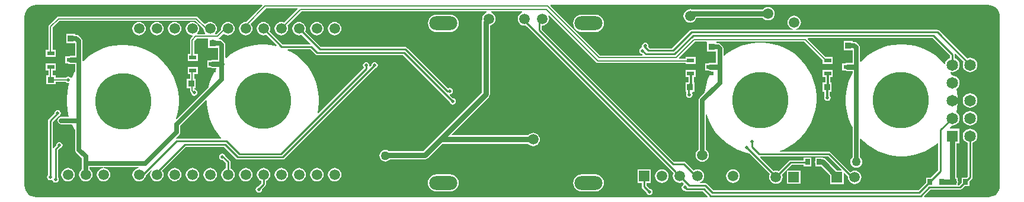
<source format=gtl>
G04*
G04 #@! TF.GenerationSoftware,Altium Limited,Altium Designer,18.1.9 (240)*
G04*
G04 Layer_Physical_Order=1*
G04 Layer_Color=255*
%FSAX25Y25*%
%MOIN*%
G70*
G01*
G75*
%ADD14C,0.01000*%
%ADD15R,0.02756X0.03347*%
%ADD16R,0.03937X0.02362*%
%ADD17R,0.03740X0.03347*%
%ADD18C,0.31496*%
%ADD19R,0.03347X0.03740*%
%ADD32C,0.01200*%
%ADD33C,0.02953*%
%ADD34C,0.02500*%
%ADD35C,0.00800*%
%ADD36C,0.03000*%
%ADD37O,0.15748X0.07874*%
%ADD38C,0.05906*%
%ADD39C,0.05910*%
%ADD40C,0.06496*%
%ADD41R,0.06496X0.06496*%
%ADD42R,0.05906X0.05906*%
%ADD43C,0.05906*%
%ADD44C,0.01968*%
%ADD45C,0.05000*%
G36*
X0466835Y0349635D02*
X0467232Y0349370D01*
X0467700Y0349276D01*
X0517220D01*
Y0348859D01*
X0522757D01*
Y0352821D01*
X0517220D01*
Y0351724D01*
X0513607D01*
X0513416Y0352185D01*
X0522507Y0361277D01*
X0528903D01*
X0529276Y0360970D01*
X0529276Y0360776D01*
Y0355630D01*
X0534223D01*
X0534310Y0355166D01*
Y0349421D01*
X0531012D01*
X0530124Y0349244D01*
X0529879Y0349081D01*
X0528243D01*
Y0345119D01*
X0529879D01*
X0530124Y0344956D01*
X0531012Y0344779D01*
X0531380D01*
X0531637Y0344350D01*
X0530771Y0342730D01*
X0529586Y0339871D01*
X0528688Y0336909D01*
X0528084Y0333874D01*
X0527960Y0332616D01*
X0525022Y0329678D01*
X0524569Y0329000D01*
X0524410Y0328200D01*
X0524410Y0328200D01*
Y0300626D01*
X0523823Y0300177D01*
X0523222Y0299393D01*
X0522844Y0298480D01*
X0522715Y0297500D01*
X0522844Y0296520D01*
X0523222Y0295607D01*
X0523823Y0294824D01*
X0524607Y0294222D01*
X0525520Y0293844D01*
X0526500Y0293715D01*
X0527480Y0293844D01*
X0528393Y0294222D01*
X0529177Y0294824D01*
X0529778Y0295607D01*
X0530156Y0296520D01*
X0530285Y0297500D01*
X0530156Y0298480D01*
X0529778Y0299393D01*
X0529177Y0300177D01*
X0528590Y0300626D01*
Y0320185D01*
X0529090Y0320259D01*
X0529586Y0318624D01*
X0530771Y0315765D01*
X0532229Y0313035D01*
X0533949Y0310462D01*
X0535912Y0308070D01*
X0538100Y0305882D01*
X0540492Y0303919D01*
X0543065Y0302200D01*
X0545794Y0300741D01*
X0548654Y0299556D01*
X0551615Y0298658D01*
X0553054Y0298372D01*
X0564667Y0286759D01*
X0564344Y0285980D01*
X0564215Y0285000D01*
X0564344Y0284020D01*
X0564722Y0283107D01*
X0565323Y0282324D01*
X0566107Y0281722D01*
X0567020Y0281344D01*
X0568000Y0281215D01*
X0568980Y0281344D01*
X0569893Y0281722D01*
X0570677Y0282324D01*
X0571278Y0283107D01*
X0571656Y0284020D01*
X0571785Y0285000D01*
X0571656Y0285980D01*
X0571421Y0286547D01*
X0573832Y0288958D01*
X0574247Y0288666D01*
X0574247Y0288289D01*
Y0281247D01*
X0581753D01*
Y0288753D01*
X0574739D01*
X0574334Y0288753D01*
X0574042Y0289168D01*
X0576749Y0291875D01*
X0583571D01*
Y0291126D01*
X0587927D01*
Y0296073D01*
X0583571D01*
Y0294526D01*
X0576200D01*
X0575693Y0294425D01*
X0575263Y0294137D01*
X0569547Y0288421D01*
X0568980Y0288656D01*
X0568000Y0288785D01*
X0567020Y0288656D01*
X0566665Y0288509D01*
X0559062Y0296113D01*
X0559253Y0296574D01*
X0597451D01*
X0604911Y0289115D01*
X0604719Y0288653D01*
X0602444D01*
X0595898Y0295199D01*
X0595145Y0295702D01*
X0594423Y0295845D01*
Y0296073D01*
X0590067D01*
Y0294277D01*
X0589924Y0293558D01*
X0590067Y0292838D01*
Y0291126D01*
X0593405D01*
X0598547Y0285985D01*
Y0281147D01*
X0606053D01*
Y0287319D01*
X0606515Y0287511D01*
X0608586Y0285440D01*
X0608515Y0284900D01*
X0608644Y0283920D01*
X0609022Y0283007D01*
X0609623Y0282224D01*
X0610407Y0281622D01*
X0611320Y0281244D01*
X0612300Y0281115D01*
X0613280Y0281244D01*
X0614193Y0281622D01*
X0614977Y0282224D01*
X0615578Y0283007D01*
X0615956Y0283920D01*
X0616085Y0284900D01*
X0615956Y0285880D01*
X0615578Y0286793D01*
X0614977Y0287577D01*
X0614193Y0288178D01*
X0613280Y0288556D01*
X0612300Y0288685D01*
X0611320Y0288556D01*
X0610407Y0288178D01*
X0609949Y0287826D01*
X0598937Y0298837D01*
X0598507Y0299125D01*
X0598000Y0299225D01*
X0570408D01*
X0570309Y0299726D01*
X0572760Y0300741D01*
X0575489Y0302200D01*
X0578062Y0303919D01*
X0580454Y0305882D01*
X0582642Y0308070D01*
X0584605Y0310462D01*
X0586325Y0313035D01*
X0587783Y0315765D01*
X0588968Y0318624D01*
X0589866Y0321585D01*
X0590470Y0324620D01*
X0590773Y0327700D01*
Y0330794D01*
X0590470Y0333874D01*
X0589866Y0336909D01*
X0588968Y0339871D01*
X0587783Y0342730D01*
X0586325Y0345459D01*
X0584605Y0348032D01*
X0582642Y0350424D01*
X0580454Y0352612D01*
X0578062Y0354575D01*
X0575489Y0356295D01*
X0572760Y0357754D01*
X0569901Y0358938D01*
X0566939Y0359836D01*
X0563904Y0360440D01*
X0560824Y0360743D01*
X0557730D01*
X0554650Y0360440D01*
X0551615Y0359836D01*
X0548654Y0358938D01*
X0545794Y0357754D01*
X0543065Y0356295D01*
X0540492Y0354575D01*
X0538942Y0353303D01*
X0538490Y0353517D01*
Y0357300D01*
X0538331Y0358100D01*
X0537878Y0358778D01*
X0537878Y0358778D01*
X0536878Y0359778D01*
X0536200Y0360231D01*
X0535400Y0360390D01*
X0535400Y0360390D01*
X0534576D01*
X0534419Y0360547D01*
X0534444Y0361152D01*
X0534596Y0361277D01*
X0583993D01*
X0594320Y0350950D01*
Y0348859D01*
X0599857D01*
Y0352821D01*
X0595909D01*
X0585918Y0362813D01*
X0586109Y0363275D01*
X0656051D01*
X0665893Y0353433D01*
Y0352015D01*
X0665177Y0351719D01*
X0664331Y0351070D01*
X0663682Y0350224D01*
X0663274Y0349239D01*
X0663214Y0348778D01*
X0662690Y0348629D01*
X0662012Y0349454D01*
X0659824Y0351642D01*
X0657432Y0353605D01*
X0654859Y0355325D01*
X0652130Y0356784D01*
X0649271Y0357968D01*
X0646309Y0358866D01*
X0643274Y0359470D01*
X0640194Y0359773D01*
X0637100D01*
X0634020Y0359470D01*
X0630985Y0358866D01*
X0628024Y0357968D01*
X0625165Y0356784D01*
X0622435Y0355325D01*
X0619862Y0353605D01*
X0617470Y0351642D01*
X0615752Y0349924D01*
X0615290Y0350115D01*
Y0357900D01*
X0615290Y0357900D01*
X0615131Y0358700D01*
X0614678Y0359378D01*
X0614678Y0359378D01*
X0613478Y0360578D01*
X0612800Y0361031D01*
X0612000Y0361190D01*
X0612000Y0361190D01*
X0611023D01*
Y0361770D01*
X0606076D01*
Y0356430D01*
X0611023D01*
X0611110Y0355966D01*
Y0349421D01*
X0608112D01*
X0607224Y0349244D01*
X0606979Y0349081D01*
X0605343D01*
Y0345119D01*
X0606979D01*
X0607224Y0344956D01*
X0608112Y0344779D01*
X0611110D01*
Y0343573D01*
X0610141Y0341760D01*
X0608956Y0338900D01*
X0608058Y0335939D01*
X0607454Y0332904D01*
X0607151Y0329824D01*
Y0326730D01*
X0607454Y0323650D01*
X0608058Y0320615D01*
X0608956Y0317653D01*
X0610141Y0314794D01*
X0611110Y0312981D01*
Y0296156D01*
X0610846Y0295954D01*
X0610318Y0295264D01*
X0609985Y0294461D01*
X0609871Y0293600D01*
X0609985Y0292739D01*
X0610318Y0291936D01*
X0610846Y0291246D01*
X0611536Y0290718D01*
X0612338Y0290385D01*
X0613200Y0290271D01*
X0614061Y0290385D01*
X0614864Y0290718D01*
X0615554Y0291246D01*
X0616082Y0291936D01*
X0616415Y0292739D01*
X0616529Y0293600D01*
X0616415Y0294461D01*
X0616082Y0295264D01*
X0615554Y0295954D01*
X0615290Y0296156D01*
Y0306439D01*
X0615752Y0306630D01*
X0617470Y0304912D01*
X0619862Y0302949D01*
X0622435Y0301229D01*
X0625165Y0299771D01*
X0628024Y0298586D01*
X0630985Y0297688D01*
X0634020Y0297084D01*
X0637100Y0296781D01*
X0640194D01*
X0643274Y0297084D01*
X0646309Y0297688D01*
X0649271Y0298586D01*
X0652130Y0299771D01*
X0654859Y0301229D01*
X0657432Y0302949D01*
X0658822Y0304090D01*
X0659274Y0303876D01*
Y0288948D01*
X0655142Y0284816D01*
X0652365D01*
Y0282039D01*
X0648070Y0277744D01*
X0532630D01*
X0529137Y0281237D01*
X0528707Y0281525D01*
X0528200Y0281626D01*
X0525318D01*
X0525218Y0282125D01*
X0525693Y0282322D01*
X0526476Y0282924D01*
X0527078Y0283707D01*
X0527456Y0284620D01*
X0527585Y0285600D01*
X0527456Y0286580D01*
X0527078Y0287493D01*
X0526476Y0288277D01*
X0525693Y0288878D01*
X0524780Y0289256D01*
X0523800Y0289385D01*
X0522820Y0289256D01*
X0521907Y0288878D01*
X0521732Y0288743D01*
X0517137Y0293337D01*
X0516707Y0293625D01*
X0516200Y0293725D01*
X0510643D01*
X0436200Y0368169D01*
Y0370055D01*
X0436574Y0370383D01*
X0437554Y0370512D01*
X0438468Y0370890D01*
X0439252Y0371492D01*
X0439854Y0372276D01*
X0440232Y0373190D01*
X0440361Y0374170D01*
X0440232Y0375150D01*
X0439963Y0375799D01*
X0440387Y0376082D01*
X0466835Y0349635D01*
D02*
G37*
G36*
X0688632Y0381815D02*
X0689882Y0381436D01*
X0691034Y0380820D01*
X0692043Y0379992D01*
X0692872Y0378982D01*
X0693487Y0377831D01*
X0693866Y0376581D01*
X0693993Y0375299D01*
X0693989Y0375281D01*
Y0280399D01*
X0693993Y0280381D01*
X0693866Y0279099D01*
X0693487Y0277849D01*
X0692872Y0276698D01*
X0692043Y0275688D01*
X0691034Y0274859D01*
X0689882Y0274244D01*
X0688632Y0273865D01*
X0687351Y0273738D01*
X0687332Y0273742D01*
X0651370D01*
X0651179Y0274204D01*
X0654849Y0277874D01*
X0671499D01*
X0672007Y0277975D01*
X0672437Y0278263D01*
X0674058Y0279884D01*
X0676835D01*
Y0282661D01*
X0678155Y0283982D01*
X0678443Y0284412D01*
X0678544Y0284919D01*
Y0304350D01*
X0679260Y0304647D01*
X0680105Y0305296D01*
X0680754Y0306141D01*
X0681162Y0307126D01*
X0681301Y0308183D01*
X0681162Y0309239D01*
X0680754Y0310224D01*
X0680105Y0311070D01*
X0679260Y0311719D01*
X0678275Y0312126D01*
X0677218Y0312266D01*
X0676161Y0312126D01*
X0675177Y0311719D01*
X0674331Y0311070D01*
X0673682Y0310224D01*
X0673274Y0309239D01*
X0673135Y0308183D01*
X0673274Y0307126D01*
X0673682Y0306141D01*
X0674331Y0305296D01*
X0675177Y0304647D01*
X0675893Y0304350D01*
Y0285468D01*
X0675255Y0284831D01*
X0672479D01*
Y0282054D01*
X0670950Y0280525D01*
X0670339D01*
Y0281638D01*
X0670482Y0282358D01*
X0670339Y0283077D01*
Y0284831D01*
X0669539D01*
Y0304135D01*
X0671266D01*
Y0312231D01*
X0666269D01*
X0666012Y0312660D01*
X0666811Y0314153D01*
X0667218Y0314100D01*
X0668275Y0314239D01*
X0669260Y0314647D01*
X0670105Y0315296D01*
X0670754Y0316141D01*
X0671162Y0317126D01*
X0671301Y0318183D01*
X0671162Y0319239D01*
X0670754Y0320224D01*
X0670105Y0321070D01*
X0669430Y0321588D01*
X0669840Y0323650D01*
X0670143Y0326730D01*
Y0329824D01*
X0669840Y0332904D01*
X0669462Y0334802D01*
X0670105Y0335296D01*
X0670754Y0336141D01*
X0671162Y0337126D01*
X0671301Y0338183D01*
X0671162Y0339239D01*
X0670754Y0340224D01*
X0670105Y0341070D01*
X0669260Y0341719D01*
X0668275Y0342126D01*
X0667218Y0342266D01*
X0666905Y0342224D01*
X0666092Y0343745D01*
X0666413Y0344206D01*
X0667218Y0344100D01*
X0668275Y0344239D01*
X0669260Y0344647D01*
X0670105Y0345296D01*
X0670754Y0346141D01*
X0671162Y0347126D01*
X0671301Y0348183D01*
X0671162Y0349239D01*
X0670754Y0350224D01*
X0670105Y0351070D01*
X0669260Y0351719D01*
X0668544Y0352015D01*
Y0353982D01*
X0668544Y0353982D01*
X0668471Y0354348D01*
X0668920Y0354606D01*
X0673571Y0349955D01*
X0673274Y0349239D01*
X0673135Y0348183D01*
X0673274Y0347126D01*
X0673682Y0346141D01*
X0674331Y0345296D01*
X0675177Y0344647D01*
X0676161Y0344239D01*
X0677218Y0344100D01*
X0678275Y0344239D01*
X0679260Y0344647D01*
X0680105Y0345296D01*
X0680754Y0346141D01*
X0681162Y0347126D01*
X0681301Y0348183D01*
X0681162Y0349239D01*
X0680754Y0350224D01*
X0680105Y0351070D01*
X0679260Y0351719D01*
X0678275Y0352127D01*
X0677218Y0352266D01*
X0676161Y0352127D01*
X0675445Y0351830D01*
X0659738Y0367537D01*
X0659308Y0367825D01*
X0658801Y0367926D01*
X0579173D01*
X0579140Y0368425D01*
X0579280Y0368444D01*
X0580193Y0368822D01*
X0580976Y0369424D01*
X0581578Y0370207D01*
X0581956Y0371120D01*
X0582085Y0372100D01*
X0581956Y0373080D01*
X0581578Y0373993D01*
X0580976Y0374777D01*
X0580193Y0375378D01*
X0579280Y0375756D01*
X0578300Y0375885D01*
X0577320Y0375756D01*
X0576407Y0375378D01*
X0575624Y0374777D01*
X0575022Y0373993D01*
X0574644Y0373080D01*
X0574515Y0372100D01*
X0574644Y0371120D01*
X0575022Y0370207D01*
X0575624Y0369424D01*
X0576407Y0368822D01*
X0577320Y0368444D01*
X0577460Y0368425D01*
X0577427Y0367926D01*
X0520585D01*
X0520077Y0367825D01*
X0519647Y0367537D01*
X0509635Y0357525D01*
X0496862D01*
X0496098Y0358290D01*
X0496219Y0358900D01*
X0496081Y0359596D01*
X0495686Y0360186D01*
X0495096Y0360581D01*
X0494400Y0360719D01*
X0493704Y0360581D01*
X0493114Y0360186D01*
X0492719Y0359596D01*
X0492581Y0358900D01*
X0492624Y0358685D01*
X0492603Y0358584D01*
X0492645Y0358378D01*
X0492330Y0357806D01*
X0492204Y0357781D01*
X0491614Y0357386D01*
X0491219Y0356796D01*
X0491081Y0356100D01*
X0491219Y0355404D01*
X0491614Y0354814D01*
X0492204Y0354419D01*
X0492802Y0354300D01*
X0493011Y0353998D01*
X0492789Y0353523D01*
X0469107D01*
X0441154Y0381476D01*
X0441346Y0381938D01*
X0687332D01*
X0687351Y0381942D01*
X0688632Y0381815D01*
D02*
G37*
G36*
X0151899Y0381938D02*
X0278854D01*
X0279046Y0381476D01*
X0269893Y0372323D01*
X0269700Y0372348D01*
X0268720Y0372219D01*
X0267807Y0371841D01*
X0267023Y0371239D01*
X0266422Y0370456D01*
X0266044Y0369543D01*
X0265915Y0368563D01*
X0266044Y0367583D01*
X0266422Y0366670D01*
X0267023Y0365886D01*
X0267807Y0365285D01*
X0268720Y0364907D01*
X0269700Y0364778D01*
X0270680Y0364907D01*
X0271593Y0365285D01*
X0272376Y0365886D01*
X0272978Y0366670D01*
X0273356Y0367583D01*
X0273485Y0368563D01*
X0273356Y0369543D01*
X0272978Y0370456D01*
X0272376Y0371239D01*
X0272370Y0371340D01*
X0281132Y0380101D01*
X0298855D01*
X0299046Y0379639D01*
X0291349Y0371942D01*
X0290680Y0372219D01*
X0289700Y0372348D01*
X0288720Y0372219D01*
X0287807Y0371841D01*
X0287023Y0371239D01*
X0286422Y0370456D01*
X0286044Y0369543D01*
X0285915Y0368563D01*
X0286044Y0367583D01*
X0286422Y0366670D01*
X0287023Y0365886D01*
X0287807Y0365285D01*
X0288720Y0364907D01*
X0289700Y0364778D01*
X0290680Y0364907D01*
X0291593Y0365285D01*
X0292376Y0365886D01*
X0292978Y0366670D01*
X0293356Y0367583D01*
X0293485Y0368563D01*
X0293356Y0369543D01*
X0293079Y0370212D01*
X0301069Y0378201D01*
X0405154D01*
X0405253Y0377701D01*
X0404642Y0377448D01*
X0403858Y0376847D01*
X0403257Y0376063D01*
X0402879Y0375150D01*
X0402749Y0374170D01*
X0402824Y0373601D01*
X0402668Y0373368D01*
X0402490Y0372470D01*
Y0332743D01*
X0369492Y0299745D01*
X0350274D01*
X0349964Y0299983D01*
X0349162Y0300315D01*
X0348300Y0300429D01*
X0347439Y0300315D01*
X0346636Y0299983D01*
X0345946Y0299454D01*
X0345417Y0298764D01*
X0345085Y0297961D01*
X0344971Y0297100D01*
X0345085Y0296238D01*
X0345417Y0295436D01*
X0345946Y0294746D01*
X0346636Y0294217D01*
X0347439Y0293885D01*
X0348300Y0293772D01*
X0349162Y0293885D01*
X0349964Y0294217D01*
X0350654Y0294746D01*
X0350890Y0295055D01*
X0370463D01*
X0371360Y0295233D01*
X0372121Y0295742D01*
X0380234Y0303855D01*
X0428469D01*
X0428723Y0303523D01*
X0429507Y0302922D01*
X0430420Y0302544D01*
X0431400Y0302415D01*
X0432380Y0302544D01*
X0433293Y0302922D01*
X0434076Y0303523D01*
X0434678Y0304307D01*
X0435056Y0305220D01*
X0435185Y0306200D01*
X0435056Y0307180D01*
X0434678Y0308093D01*
X0434076Y0308876D01*
X0433293Y0309478D01*
X0432380Y0309856D01*
X0431400Y0309985D01*
X0430420Y0309856D01*
X0429507Y0309478D01*
X0428723Y0308876D01*
X0428469Y0308545D01*
X0385578D01*
X0385386Y0309007D01*
X0406493Y0330114D01*
X0407001Y0330874D01*
X0407180Y0331772D01*
Y0370470D01*
X0407514Y0370514D01*
X0408427Y0370892D01*
X0409211Y0371494D01*
X0409813Y0372277D01*
X0410191Y0373190D01*
X0410320Y0374170D01*
X0410191Y0375150D01*
X0409813Y0376063D01*
X0409211Y0376847D01*
X0408427Y0377448D01*
X0407816Y0377701D01*
X0407915Y0378201D01*
X0425244D01*
X0425343Y0377701D01*
X0424641Y0377411D01*
X0423857Y0376809D01*
X0423255Y0376024D01*
X0422877Y0375111D01*
X0422748Y0374131D01*
X0422877Y0373150D01*
X0423255Y0372237D01*
X0423857Y0371453D01*
X0424641Y0370851D01*
X0425555Y0370473D01*
X0426535Y0370344D01*
X0427341Y0370450D01*
X0510358Y0287433D01*
X0510388Y0287280D01*
X0510416Y0287238D01*
X0510144Y0286580D01*
X0510015Y0285600D01*
X0510144Y0284620D01*
X0510522Y0283707D01*
X0511124Y0282924D01*
X0511907Y0282322D01*
X0512820Y0281944D01*
X0513800Y0281815D01*
X0514780Y0281944D01*
X0515347Y0282179D01*
X0516162Y0281363D01*
X0516004Y0280814D01*
X0515514Y0280486D01*
X0515119Y0279896D01*
X0514981Y0279200D01*
X0515119Y0278504D01*
X0515514Y0277914D01*
X0516104Y0277519D01*
X0516731Y0277395D01*
X0516763Y0277363D01*
X0517193Y0277075D01*
X0517700Y0276975D01*
X0526823D01*
X0529593Y0274204D01*
X0529402Y0273742D01*
X0151899D01*
X0151881Y0273738D01*
X0150599Y0273865D01*
X0149349Y0274244D01*
X0148198Y0274859D01*
X0147188Y0275688D01*
X0146359Y0276698D01*
X0145744Y0277849D01*
X0145365Y0279099D01*
X0145238Y0280381D01*
X0145242Y0280399D01*
Y0375281D01*
X0145238Y0375299D01*
X0145365Y0376581D01*
X0145744Y0377831D01*
X0146359Y0378982D01*
X0147188Y0379992D01*
X0148198Y0380820D01*
X0149349Y0381436D01*
X0150599Y0381815D01*
X0151881Y0381942D01*
X0151899Y0381938D01*
D02*
G37*
%LPC*%
G36*
X0522757Y0345341D02*
X0517220D01*
Y0341379D01*
X0518861D01*
Y0338370D01*
X0517077D01*
Y0333030D01*
X0517625D01*
Y0332205D01*
X0517619Y0332196D01*
X0517481Y0331500D01*
X0517619Y0330804D01*
X0518014Y0330214D01*
X0518604Y0329819D01*
X0519300Y0329681D01*
X0519996Y0329819D01*
X0520586Y0330214D01*
X0520981Y0330804D01*
X0521119Y0331500D01*
X0520981Y0332196D01*
X0520758Y0332530D01*
X0521025Y0333030D01*
X0522024D01*
Y0338370D01*
X0521716D01*
Y0341379D01*
X0522757D01*
Y0345341D01*
D02*
G37*
G36*
X0599857D02*
X0594320D01*
Y0341379D01*
X0595761D01*
Y0338470D01*
X0594277D01*
Y0333130D01*
X0595323D01*
Y0330402D01*
X0595319Y0330396D01*
X0595181Y0329700D01*
X0595319Y0329004D01*
X0595714Y0328414D01*
X0596304Y0328019D01*
X0597000Y0327881D01*
X0597696Y0328019D01*
X0598286Y0328414D01*
X0598681Y0329004D01*
X0598819Y0329700D01*
X0598681Y0330396D01*
X0598286Y0330986D01*
X0598178Y0331059D01*
Y0333130D01*
X0599224D01*
Y0338470D01*
X0598616D01*
Y0341379D01*
X0599857D01*
Y0345341D01*
D02*
G37*
G36*
X0543800Y0289385D02*
X0542820Y0289256D01*
X0541907Y0288878D01*
X0541123Y0288277D01*
X0540522Y0287493D01*
X0540144Y0286580D01*
X0540015Y0285600D01*
X0540144Y0284620D01*
X0540522Y0283707D01*
X0541123Y0282924D01*
X0541907Y0282322D01*
X0542820Y0281944D01*
X0543800Y0281815D01*
X0544780Y0281944D01*
X0545693Y0282322D01*
X0546477Y0282924D01*
X0547078Y0283707D01*
X0547456Y0284620D01*
X0547585Y0285600D01*
X0547456Y0286580D01*
X0547078Y0287493D01*
X0546477Y0288277D01*
X0545693Y0288878D01*
X0544780Y0289256D01*
X0543800Y0289385D01*
D02*
G37*
G36*
X0563500Y0380785D02*
X0562520Y0380656D01*
X0561607Y0380278D01*
X0560823Y0379677D01*
X0560569Y0379345D01*
X0520948D01*
X0520680Y0379456D01*
X0519700Y0379585D01*
X0518720Y0379456D01*
X0517807Y0379078D01*
X0517024Y0378477D01*
X0516422Y0377693D01*
X0516044Y0376780D01*
X0515915Y0375800D01*
X0516044Y0374820D01*
X0516422Y0373907D01*
X0517024Y0373124D01*
X0517807Y0372522D01*
X0518720Y0372144D01*
X0519700Y0372015D01*
X0520680Y0372144D01*
X0521593Y0372522D01*
X0522376Y0373124D01*
X0522978Y0373907D01*
X0523288Y0374655D01*
X0560569D01*
X0560823Y0374324D01*
X0561607Y0373722D01*
X0562520Y0373344D01*
X0563500Y0373215D01*
X0564480Y0373344D01*
X0565393Y0373722D01*
X0566177Y0374324D01*
X0566778Y0375107D01*
X0567156Y0376020D01*
X0567285Y0377000D01*
X0567156Y0377980D01*
X0566778Y0378893D01*
X0566177Y0379677D01*
X0565393Y0380278D01*
X0564480Y0380656D01*
X0563500Y0380785D01*
D02*
G37*
G36*
X0466448Y0376374D02*
X0458748D01*
X0457495Y0376209D01*
X0456327Y0375725D01*
X0455324Y0374956D01*
X0455301Y0374925D01*
X0455282Y0374911D01*
X0454523Y0373921D01*
X0454046Y0372769D01*
X0453883Y0371532D01*
X0454046Y0370296D01*
X0454523Y0369143D01*
X0455282Y0368154D01*
X0455301Y0368140D01*
X0455324Y0368109D01*
X0456327Y0367339D01*
X0457495Y0366856D01*
X0458748Y0366691D01*
X0466448D01*
X0467701Y0366856D01*
X0468868Y0367339D01*
X0469871Y0368109D01*
X0469895Y0368140D01*
X0469913Y0368154D01*
X0470672Y0369143D01*
X0471150Y0370296D01*
X0471313Y0371532D01*
X0471150Y0372769D01*
X0470672Y0373921D01*
X0469913Y0374911D01*
X0469895Y0374925D01*
X0469871Y0374956D01*
X0468868Y0375725D01*
X0467701Y0376209D01*
X0466448Y0376374D01*
D02*
G37*
G36*
X0677218Y0332266D02*
X0676161Y0332126D01*
X0675177Y0331719D01*
X0674331Y0331070D01*
X0673682Y0330224D01*
X0673274Y0329239D01*
X0673135Y0328183D01*
X0673274Y0327126D01*
X0673682Y0326141D01*
X0674331Y0325296D01*
X0675177Y0324647D01*
X0676161Y0324239D01*
X0677218Y0324100D01*
X0678275Y0324239D01*
X0679260Y0324647D01*
X0680105Y0325296D01*
X0680754Y0326141D01*
X0681162Y0327126D01*
X0681301Y0328183D01*
X0681162Y0329239D01*
X0680754Y0330224D01*
X0680105Y0331070D01*
X0679260Y0331719D01*
X0678275Y0332126D01*
X0677218Y0332266D01*
D02*
G37*
G36*
Y0322266D02*
X0676161Y0322127D01*
X0675177Y0321719D01*
X0674331Y0321070D01*
X0673682Y0320224D01*
X0673274Y0319239D01*
X0673135Y0318183D01*
X0673274Y0317126D01*
X0673682Y0316141D01*
X0674331Y0315296D01*
X0675177Y0314647D01*
X0676161Y0314239D01*
X0677218Y0314100D01*
X0678275Y0314239D01*
X0679260Y0314647D01*
X0680105Y0315296D01*
X0680754Y0316141D01*
X0681162Y0317126D01*
X0681301Y0318183D01*
X0681162Y0319239D01*
X0680754Y0320224D01*
X0680105Y0321070D01*
X0679260Y0321719D01*
X0678275Y0322127D01*
X0677218Y0322266D01*
D02*
G37*
G36*
X0384755Y0376374D02*
X0377055D01*
X0375802Y0376209D01*
X0374634Y0375725D01*
X0373631Y0374956D01*
X0373608Y0374925D01*
X0373589Y0374911D01*
X0372830Y0373921D01*
X0372353Y0372769D01*
X0372190Y0371532D01*
X0372353Y0370296D01*
X0372830Y0369143D01*
X0373589Y0368154D01*
X0373608Y0368140D01*
X0373631Y0368109D01*
X0374634Y0367339D01*
X0375802Y0366856D01*
X0377055Y0366691D01*
X0384755D01*
X0386008Y0366856D01*
X0387175Y0367339D01*
X0388178Y0368109D01*
X0388202Y0368140D01*
X0388220Y0368154D01*
X0388980Y0369143D01*
X0389457Y0370296D01*
X0389620Y0371532D01*
X0389457Y0372769D01*
X0388980Y0373921D01*
X0388220Y0374911D01*
X0388202Y0374925D01*
X0388178Y0374956D01*
X0387175Y0375725D01*
X0386008Y0376209D01*
X0384755Y0376374D01*
D02*
G37*
G36*
X0242000Y0375324D02*
X0164400D01*
X0163932Y0375230D01*
X0163535Y0374965D01*
X0159123Y0370553D01*
X0158858Y0370156D01*
X0158765Y0369688D01*
Y0356621D01*
X0157320D01*
Y0352659D01*
X0162857D01*
Y0356621D01*
X0161212D01*
Y0369181D01*
X0164907Y0372877D01*
X0241493D01*
X0245931Y0368438D01*
X0246044Y0367583D01*
X0246422Y0366670D01*
X0246987Y0365934D01*
X0246906Y0365539D01*
X0246870Y0365434D01*
X0242530D01*
X0242494Y0365539D01*
X0242413Y0365934D01*
X0242978Y0366670D01*
X0243356Y0367583D01*
X0243485Y0368563D01*
X0243356Y0369543D01*
X0242978Y0370456D01*
X0242376Y0371239D01*
X0241593Y0371841D01*
X0240680Y0372219D01*
X0239700Y0372348D01*
X0238720Y0372219D01*
X0237807Y0371841D01*
X0237023Y0371239D01*
X0236422Y0370456D01*
X0236044Y0369543D01*
X0235915Y0368563D01*
X0236044Y0367583D01*
X0236422Y0366670D01*
X0237023Y0365886D01*
X0237807Y0365285D01*
X0238720Y0364907D01*
X0239700Y0364778D01*
X0239790Y0364790D01*
X0240011Y0364341D01*
X0238723Y0363053D01*
X0238458Y0362656D01*
X0238365Y0362188D01*
Y0354421D01*
X0237220D01*
Y0350459D01*
X0242757D01*
Y0354421D01*
X0240812D01*
Y0361681D01*
X0242117Y0362987D01*
X0248676D01*
Y0357830D01*
X0253623D01*
Y0357830D01*
X0254110Y0357799D01*
Y0351021D01*
X0251012D01*
X0250124Y0350844D01*
X0249879Y0350681D01*
X0248243D01*
Y0346719D01*
X0249879D01*
X0250124Y0346556D01*
X0251012Y0346379D01*
X0253083D01*
X0253319Y0345938D01*
X0252308Y0344425D01*
X0250849Y0341695D01*
X0249665Y0338836D01*
X0248767Y0335875D01*
X0248704Y0335560D01*
X0230941Y0317796D01*
X0230499Y0318061D01*
X0231189Y0320338D01*
X0231793Y0323373D01*
X0232096Y0326453D01*
Y0329547D01*
X0231793Y0332627D01*
X0231189Y0335662D01*
X0230291Y0338623D01*
X0229106Y0341482D01*
X0227648Y0344212D01*
X0225928Y0346785D01*
X0223965Y0349177D01*
X0221777Y0351365D01*
X0219385Y0353328D01*
X0216812Y0355048D01*
X0214083Y0356506D01*
X0211224Y0357691D01*
X0208262Y0358589D01*
X0205227Y0359193D01*
X0202147Y0359496D01*
X0199053D01*
X0195973Y0359193D01*
X0192938Y0358589D01*
X0189977Y0357691D01*
X0187118Y0356506D01*
X0184388Y0355048D01*
X0181815Y0353328D01*
X0179423Y0351365D01*
X0178352Y0350294D01*
X0177890Y0350486D01*
Y0361561D01*
X0177731Y0362361D01*
X0177278Y0363039D01*
X0177278Y0363039D01*
X0175739Y0364578D01*
X0175060Y0365031D01*
X0174261Y0365190D01*
X0174261Y0365190D01*
X0173723D01*
Y0365770D01*
X0168776D01*
Y0360430D01*
X0173710D01*
Y0353221D01*
X0171112D01*
X0170224Y0353044D01*
X0169979Y0352881D01*
X0168343D01*
Y0348919D01*
X0169979D01*
X0170224Y0348756D01*
X0171112Y0348579D01*
X0173710D01*
Y0344447D01*
X0173552Y0344212D01*
X0172094Y0341482D01*
X0171875Y0340955D01*
X0171311Y0340900D01*
X0171186Y0341086D01*
X0170596Y0341481D01*
X0169900Y0341619D01*
X0169204Y0341481D01*
X0168614Y0341086D01*
X0168605Y0341073D01*
X0162770D01*
Y0342323D01*
X0161212D01*
Y0345179D01*
X0162857D01*
Y0349141D01*
X0157320D01*
Y0345179D01*
X0158765D01*
Y0342323D01*
X0157430D01*
Y0337376D01*
X0162770D01*
Y0338626D01*
X0168538D01*
X0168614Y0338514D01*
X0169204Y0338119D01*
X0169900Y0337981D01*
X0170211Y0338043D01*
X0170602Y0337611D01*
X0170011Y0335662D01*
X0169407Y0332627D01*
X0169104Y0329547D01*
Y0326453D01*
X0169407Y0323373D01*
X0170011Y0320338D01*
X0170312Y0319345D01*
X0170014Y0318943D01*
X0165999D01*
X0165199Y0318784D01*
X0164521Y0318331D01*
X0164067Y0317653D01*
X0163908Y0316853D01*
X0164067Y0316053D01*
X0164521Y0315375D01*
X0165199Y0314922D01*
X0165999Y0314763D01*
X0171992D01*
X0172094Y0314517D01*
X0173552Y0311788D01*
X0173710Y0311553D01*
Y0300500D01*
X0173710Y0300500D01*
X0173869Y0299700D01*
X0174322Y0299022D01*
X0177610Y0295734D01*
Y0292800D01*
Y0289563D01*
X0177023Y0289113D01*
X0176422Y0288330D01*
X0176044Y0287417D01*
X0175915Y0286437D01*
X0176044Y0285457D01*
X0176422Y0284544D01*
X0177023Y0283760D01*
X0177807Y0283159D01*
X0178720Y0282781D01*
X0179700Y0282652D01*
X0180680Y0282781D01*
X0181593Y0283159D01*
X0182377Y0283760D01*
X0182978Y0284544D01*
X0183356Y0285457D01*
X0183485Y0286437D01*
X0183356Y0287417D01*
X0182978Y0288330D01*
X0182377Y0289113D01*
X0181790Y0289563D01*
Y0290710D01*
X0189574D01*
X0189606Y0290210D01*
X0189319Y0290172D01*
X0188720Y0290093D01*
X0187807Y0289715D01*
X0187023Y0289113D01*
X0186422Y0288330D01*
X0186044Y0287417D01*
X0185915Y0286437D01*
X0186044Y0285457D01*
X0186422Y0284544D01*
X0187023Y0283760D01*
X0187807Y0283159D01*
X0188720Y0282781D01*
X0189700Y0282652D01*
X0190680Y0282781D01*
X0191593Y0283159D01*
X0192376Y0283760D01*
X0192978Y0284544D01*
X0193356Y0285457D01*
X0193485Y0286437D01*
X0193356Y0287417D01*
X0192978Y0288330D01*
X0192376Y0289113D01*
X0191593Y0289715D01*
X0190680Y0290093D01*
X0190082Y0290172D01*
X0189794Y0290210D01*
X0189826Y0290710D01*
X0209325D01*
X0209358Y0290682D01*
X0209339Y0290436D01*
X0209202Y0290157D01*
X0208720Y0290093D01*
X0207807Y0289715D01*
X0207024Y0289113D01*
X0206422Y0288330D01*
X0206044Y0287417D01*
X0205915Y0286437D01*
X0206044Y0285457D01*
X0206422Y0284544D01*
X0207024Y0283760D01*
X0207807Y0283159D01*
X0208720Y0282781D01*
X0209700Y0282652D01*
X0210680Y0282781D01*
X0211593Y0283159D01*
X0212376Y0283760D01*
X0212978Y0284544D01*
X0213356Y0285457D01*
X0213451Y0286176D01*
X0216411Y0289136D01*
X0216787Y0288806D01*
X0216422Y0288330D01*
X0216044Y0287417D01*
X0215915Y0286437D01*
X0216044Y0285457D01*
X0216422Y0284544D01*
X0217023Y0283760D01*
X0217807Y0283159D01*
X0218720Y0282781D01*
X0219700Y0282652D01*
X0220680Y0282781D01*
X0221593Y0283159D01*
X0222376Y0283760D01*
X0222978Y0284544D01*
X0223356Y0285457D01*
X0223485Y0286437D01*
X0223356Y0287417D01*
X0222978Y0288330D01*
X0222671Y0288730D01*
X0235900Y0301959D01*
X0257651D01*
X0264247Y0295363D01*
X0264677Y0295075D01*
X0265184Y0294974D01*
X0290600D01*
X0291107Y0295075D01*
X0291537Y0295363D01*
X0342276Y0346102D01*
X0342903Y0346226D01*
X0343494Y0346621D01*
X0343888Y0347211D01*
X0344026Y0347907D01*
X0343888Y0348603D01*
X0343494Y0349194D01*
X0342903Y0349588D01*
X0342207Y0349726D01*
X0341511Y0349588D01*
X0340921Y0349194D01*
X0340526Y0348603D01*
X0340402Y0347976D01*
X0339706Y0347280D01*
X0339245Y0347527D01*
X0339319Y0347900D01*
X0339181Y0348596D01*
X0338786Y0349186D01*
X0338196Y0349581D01*
X0337500Y0349719D01*
X0336804Y0349581D01*
X0336214Y0349186D01*
X0335819Y0348596D01*
X0335681Y0347900D01*
X0335819Y0347204D01*
X0336175Y0346672D01*
Y0346577D01*
X0310530Y0320933D01*
X0310070Y0321180D01*
X0310548Y0323586D01*
X0310852Y0326665D01*
Y0329760D01*
X0310548Y0332840D01*
X0309945Y0335875D01*
X0309046Y0338836D01*
X0307862Y0341695D01*
X0306403Y0344425D01*
X0304684Y0346998D01*
X0302721Y0349390D01*
X0300533Y0351578D01*
X0298140Y0353541D01*
X0295567Y0355260D01*
X0293296Y0356474D01*
X0293421Y0356975D01*
X0306051D01*
X0309063Y0353963D01*
X0309493Y0353675D01*
X0310000Y0353574D01*
X0358251D01*
X0384295Y0327531D01*
X0384419Y0326904D01*
X0384814Y0326314D01*
X0385404Y0325919D01*
X0386100Y0325781D01*
X0386796Y0325919D01*
X0387386Y0326314D01*
X0387781Y0326904D01*
X0387919Y0327600D01*
X0387781Y0328296D01*
X0387386Y0328886D01*
X0386796Y0329281D01*
X0386169Y0329405D01*
X0384481Y0331094D01*
X0384651Y0331631D01*
X0385096Y0331719D01*
X0385686Y0332114D01*
X0386081Y0332704D01*
X0386219Y0333400D01*
X0386081Y0334096D01*
X0385686Y0334686D01*
X0385096Y0335081D01*
X0384400Y0335219D01*
X0383704Y0335081D01*
X0383475Y0334928D01*
X0360566Y0357837D01*
X0360136Y0358125D01*
X0359628Y0358225D01*
X0311912D01*
X0303121Y0367016D01*
X0303356Y0367583D01*
X0303485Y0368563D01*
X0303356Y0369543D01*
X0302978Y0370456D01*
X0302377Y0371239D01*
X0301593Y0371841D01*
X0300680Y0372219D01*
X0299700Y0372348D01*
X0298720Y0372219D01*
X0297807Y0371841D01*
X0297024Y0371239D01*
X0296422Y0370456D01*
X0296044Y0369543D01*
X0295915Y0368563D01*
X0296044Y0367583D01*
X0296422Y0366670D01*
X0297024Y0365886D01*
X0297807Y0365285D01*
X0298720Y0364907D01*
X0299700Y0364778D01*
X0300680Y0364907D01*
X0301247Y0365142D01*
X0306263Y0360125D01*
X0306056Y0359626D01*
X0290512D01*
X0283121Y0367016D01*
X0283356Y0367583D01*
X0283485Y0368563D01*
X0283356Y0369543D01*
X0282978Y0370456D01*
X0282377Y0371239D01*
X0281593Y0371841D01*
X0280680Y0372219D01*
X0279700Y0372348D01*
X0278720Y0372219D01*
X0277807Y0371841D01*
X0277024Y0371239D01*
X0276422Y0370456D01*
X0276044Y0369543D01*
X0275915Y0368563D01*
X0276044Y0367583D01*
X0276422Y0366670D01*
X0277024Y0365886D01*
X0277807Y0365285D01*
X0278720Y0364907D01*
X0279700Y0364778D01*
X0280680Y0364907D01*
X0281247Y0365142D01*
X0287091Y0359297D01*
X0286845Y0358836D01*
X0283983Y0359406D01*
X0280903Y0359709D01*
X0277808D01*
X0274729Y0359406D01*
X0271693Y0358802D01*
X0268732Y0357904D01*
X0265873Y0356719D01*
X0263144Y0355260D01*
X0260571Y0353541D01*
X0258742Y0352041D01*
X0258290Y0352254D01*
Y0359500D01*
X0258131Y0360300D01*
X0257678Y0360978D01*
X0257678Y0360978D01*
X0256678Y0361978D01*
X0256000Y0362431D01*
X0255200Y0362590D01*
X0255200Y0362590D01*
X0254458D01*
X0254366Y0363049D01*
X0254375Y0363090D01*
X0254756Y0363345D01*
X0257179Y0365768D01*
X0257807Y0365285D01*
X0258720Y0364907D01*
X0259700Y0364778D01*
X0260680Y0364907D01*
X0261593Y0365285D01*
X0262376Y0365886D01*
X0262978Y0366670D01*
X0263356Y0367583D01*
X0263485Y0368563D01*
X0263356Y0369543D01*
X0262978Y0370456D01*
X0262376Y0371239D01*
X0261593Y0371841D01*
X0260680Y0372219D01*
X0259700Y0372348D01*
X0258720Y0372219D01*
X0257807Y0371841D01*
X0257024Y0371239D01*
X0256422Y0370456D01*
X0256044Y0369543D01*
X0255915Y0368563D01*
X0255984Y0368034D01*
X0253384Y0365434D01*
X0252530D01*
X0252494Y0365539D01*
X0252413Y0365934D01*
X0252978Y0366670D01*
X0253356Y0367583D01*
X0253485Y0368563D01*
X0253356Y0369543D01*
X0252978Y0370456D01*
X0252377Y0371239D01*
X0251593Y0371841D01*
X0250680Y0372219D01*
X0249700Y0372348D01*
X0248720Y0372219D01*
X0247807Y0371841D01*
X0247024Y0371239D01*
X0246617Y0371213D01*
X0242865Y0374965D01*
X0242468Y0375230D01*
X0242000Y0375324D01*
D02*
G37*
G36*
X0319700Y0372348D02*
X0318720Y0372219D01*
X0317807Y0371841D01*
X0317023Y0371239D01*
X0316422Y0370456D01*
X0316044Y0369543D01*
X0315915Y0368563D01*
X0316044Y0367583D01*
X0316422Y0366670D01*
X0317023Y0365886D01*
X0317807Y0365285D01*
X0318720Y0364907D01*
X0319700Y0364778D01*
X0320680Y0364907D01*
X0321593Y0365285D01*
X0322376Y0365886D01*
X0322978Y0366670D01*
X0323356Y0367583D01*
X0323485Y0368563D01*
X0323356Y0369543D01*
X0322978Y0370456D01*
X0322376Y0371239D01*
X0321593Y0371841D01*
X0320680Y0372219D01*
X0319700Y0372348D01*
D02*
G37*
G36*
X0309700D02*
X0308720Y0372219D01*
X0307807Y0371841D01*
X0307024Y0371239D01*
X0306422Y0370456D01*
X0306044Y0369543D01*
X0305915Y0368563D01*
X0306044Y0367583D01*
X0306422Y0366670D01*
X0307024Y0365886D01*
X0307807Y0365285D01*
X0308720Y0364907D01*
X0309700Y0364778D01*
X0310680Y0364907D01*
X0311593Y0365285D01*
X0312376Y0365886D01*
X0312978Y0366670D01*
X0313356Y0367583D01*
X0313485Y0368563D01*
X0313356Y0369543D01*
X0312978Y0370456D01*
X0312376Y0371239D01*
X0311593Y0371841D01*
X0310680Y0372219D01*
X0309700Y0372348D01*
D02*
G37*
G36*
X0229700D02*
X0228720Y0372219D01*
X0227807Y0371841D01*
X0227024Y0371239D01*
X0226422Y0370456D01*
X0226044Y0369543D01*
X0225915Y0368563D01*
X0226044Y0367583D01*
X0226422Y0366670D01*
X0227024Y0365886D01*
X0227807Y0365285D01*
X0228720Y0364907D01*
X0229700Y0364778D01*
X0230680Y0364907D01*
X0231593Y0365285D01*
X0232377Y0365886D01*
X0232978Y0366670D01*
X0233356Y0367583D01*
X0233485Y0368563D01*
X0233356Y0369543D01*
X0232978Y0370456D01*
X0232377Y0371239D01*
X0231593Y0371841D01*
X0230680Y0372219D01*
X0229700Y0372348D01*
D02*
G37*
G36*
X0219700D02*
X0218720Y0372219D01*
X0217807Y0371841D01*
X0217023Y0371239D01*
X0216422Y0370456D01*
X0216044Y0369543D01*
X0215915Y0368563D01*
X0216044Y0367583D01*
X0216422Y0366670D01*
X0217023Y0365886D01*
X0217807Y0365285D01*
X0218720Y0364907D01*
X0219700Y0364778D01*
X0220680Y0364907D01*
X0221593Y0365285D01*
X0222376Y0365886D01*
X0222978Y0366670D01*
X0223356Y0367583D01*
X0223485Y0368563D01*
X0223356Y0369543D01*
X0222978Y0370456D01*
X0222376Y0371239D01*
X0221593Y0371841D01*
X0220680Y0372219D01*
X0219700Y0372348D01*
D02*
G37*
G36*
X0209700D02*
X0208720Y0372219D01*
X0207807Y0371841D01*
X0207024Y0371239D01*
X0206422Y0370456D01*
X0206044Y0369543D01*
X0205915Y0368563D01*
X0206044Y0367583D01*
X0206422Y0366670D01*
X0207024Y0365886D01*
X0207807Y0365285D01*
X0208720Y0364907D01*
X0209700Y0364778D01*
X0210680Y0364907D01*
X0211593Y0365285D01*
X0212376Y0365886D01*
X0212978Y0366670D01*
X0213356Y0367583D01*
X0213485Y0368563D01*
X0213356Y0369543D01*
X0212978Y0370456D01*
X0212376Y0371239D01*
X0211593Y0371841D01*
X0210680Y0372219D01*
X0209700Y0372348D01*
D02*
G37*
G36*
X0239588Y0346983D02*
X0239375Y0346941D01*
X0237220D01*
Y0342979D01*
X0238365D01*
Y0340270D01*
X0236577D01*
Y0334930D01*
X0238365D01*
Y0333712D01*
X0238458Y0333244D01*
X0238723Y0332847D01*
X0238896Y0332674D01*
X0238881Y0332600D01*
X0239019Y0331904D01*
X0239414Y0331314D01*
X0240004Y0330919D01*
X0240700Y0330781D01*
X0241396Y0330919D01*
X0241986Y0331314D01*
X0242381Y0331904D01*
X0242519Y0332600D01*
X0242381Y0333296D01*
X0241986Y0333886D01*
X0241396Y0334281D01*
X0240812Y0334397D01*
Y0334930D01*
X0241524D01*
Y0340270D01*
X0240812D01*
Y0342979D01*
X0242757D01*
Y0346941D01*
X0239801D01*
X0239588Y0346983D01*
D02*
G37*
G36*
X0229700Y0290262D02*
X0228720Y0290132D01*
X0227807Y0289754D01*
X0227024Y0289153D01*
X0226422Y0288369D01*
X0226044Y0287456D01*
X0225915Y0286476D01*
X0226044Y0285497D01*
X0226422Y0284584D01*
X0227024Y0283800D01*
X0227807Y0283198D01*
X0228720Y0282820D01*
X0229700Y0282691D01*
X0230680Y0282820D01*
X0231593Y0283198D01*
X0232377Y0283800D01*
X0232978Y0284584D01*
X0233356Y0285497D01*
X0233485Y0286476D01*
X0233356Y0287456D01*
X0232978Y0288369D01*
X0232377Y0289153D01*
X0231593Y0289754D01*
X0230680Y0290132D01*
X0229700Y0290262D01*
D02*
G37*
G36*
X0319700Y0290222D02*
X0318720Y0290093D01*
X0317807Y0289715D01*
X0317023Y0289113D01*
X0316422Y0288330D01*
X0316044Y0287417D01*
X0315915Y0286437D01*
X0316044Y0285457D01*
X0316422Y0284544D01*
X0317023Y0283760D01*
X0317807Y0283159D01*
X0318720Y0282781D01*
X0319700Y0282652D01*
X0320680Y0282781D01*
X0321593Y0283159D01*
X0322376Y0283760D01*
X0322978Y0284544D01*
X0323356Y0285457D01*
X0323485Y0286437D01*
X0323356Y0287417D01*
X0322978Y0288330D01*
X0322376Y0289113D01*
X0321593Y0289715D01*
X0320680Y0290093D01*
X0319700Y0290222D01*
D02*
G37*
G36*
X0309700D02*
X0308720Y0290093D01*
X0307807Y0289715D01*
X0307024Y0289113D01*
X0306422Y0288330D01*
X0306044Y0287417D01*
X0305915Y0286437D01*
X0306044Y0285457D01*
X0306422Y0284544D01*
X0307024Y0283760D01*
X0307807Y0283159D01*
X0308720Y0282781D01*
X0309700Y0282652D01*
X0310680Y0282781D01*
X0311593Y0283159D01*
X0312376Y0283760D01*
X0312978Y0284544D01*
X0313356Y0285457D01*
X0313485Y0286437D01*
X0313356Y0287417D01*
X0312978Y0288330D01*
X0312376Y0289113D01*
X0311593Y0289715D01*
X0310680Y0290093D01*
X0309700Y0290222D01*
D02*
G37*
G36*
X0299700D02*
X0298720Y0290093D01*
X0297807Y0289715D01*
X0297024Y0289113D01*
X0296422Y0288330D01*
X0296044Y0287417D01*
X0295915Y0286437D01*
X0296044Y0285457D01*
X0296422Y0284544D01*
X0297024Y0283760D01*
X0297807Y0283159D01*
X0298720Y0282781D01*
X0299700Y0282652D01*
X0300680Y0282781D01*
X0301593Y0283159D01*
X0302377Y0283760D01*
X0302978Y0284544D01*
X0303356Y0285457D01*
X0303485Y0286437D01*
X0303356Y0287417D01*
X0302978Y0288330D01*
X0302377Y0289113D01*
X0301593Y0289715D01*
X0300680Y0290093D01*
X0299700Y0290222D01*
D02*
G37*
G36*
X0289700D02*
X0288720Y0290093D01*
X0287807Y0289715D01*
X0287023Y0289113D01*
X0286422Y0288330D01*
X0286044Y0287417D01*
X0285915Y0286437D01*
X0286044Y0285457D01*
X0286422Y0284544D01*
X0287023Y0283760D01*
X0287807Y0283159D01*
X0288720Y0282781D01*
X0289700Y0282652D01*
X0290680Y0282781D01*
X0291593Y0283159D01*
X0292376Y0283760D01*
X0292978Y0284544D01*
X0293356Y0285457D01*
X0293485Y0286437D01*
X0293356Y0287417D01*
X0292978Y0288330D01*
X0292376Y0289113D01*
X0291593Y0289715D01*
X0290680Y0290093D01*
X0289700Y0290222D01*
D02*
G37*
G36*
X0269700D02*
X0268720Y0290093D01*
X0267807Y0289715D01*
X0267023Y0289113D01*
X0266422Y0288330D01*
X0266044Y0287417D01*
X0265915Y0286437D01*
X0266044Y0285457D01*
X0266422Y0284544D01*
X0267023Y0283760D01*
X0267807Y0283159D01*
X0268720Y0282781D01*
X0269700Y0282652D01*
X0270680Y0282781D01*
X0271593Y0283159D01*
X0272376Y0283760D01*
X0272978Y0284544D01*
X0273356Y0285457D01*
X0273485Y0286437D01*
X0273356Y0287417D01*
X0272978Y0288330D01*
X0272376Y0289113D01*
X0271593Y0289715D01*
X0270680Y0290093D01*
X0269700Y0290222D01*
D02*
G37*
G36*
X0256600Y0298319D02*
X0255904Y0298181D01*
X0255314Y0297786D01*
X0254919Y0297196D01*
X0254781Y0296500D01*
X0254919Y0295804D01*
X0255314Y0295214D01*
X0255904Y0294819D01*
X0256600Y0294681D01*
X0256804Y0294721D01*
X0258375Y0293151D01*
Y0289950D01*
X0257807Y0289715D01*
X0257024Y0289113D01*
X0256422Y0288330D01*
X0256044Y0287417D01*
X0255915Y0286437D01*
X0256044Y0285457D01*
X0256422Y0284544D01*
X0257024Y0283760D01*
X0257807Y0283159D01*
X0258720Y0282781D01*
X0259700Y0282652D01*
X0260680Y0282781D01*
X0261593Y0283159D01*
X0262376Y0283760D01*
X0262978Y0284544D01*
X0263356Y0285457D01*
X0263485Y0286437D01*
X0263356Y0287417D01*
X0262978Y0288330D01*
X0262376Y0289113D01*
X0261593Y0289715D01*
X0261026Y0289950D01*
Y0293700D01*
X0260925Y0294207D01*
X0260637Y0294637D01*
X0258331Y0296943D01*
X0258281Y0297196D01*
X0257886Y0297786D01*
X0257296Y0298181D01*
X0256600Y0298319D01*
D02*
G37*
G36*
X0249700Y0290222D02*
X0248720Y0290093D01*
X0247807Y0289715D01*
X0247024Y0289113D01*
X0246422Y0288330D01*
X0246044Y0287417D01*
X0245915Y0286437D01*
X0246044Y0285457D01*
X0246422Y0284544D01*
X0247024Y0283760D01*
X0247807Y0283159D01*
X0248720Y0282781D01*
X0249700Y0282652D01*
X0250680Y0282781D01*
X0251593Y0283159D01*
X0252377Y0283760D01*
X0252978Y0284544D01*
X0253356Y0285457D01*
X0253485Y0286437D01*
X0253356Y0287417D01*
X0252978Y0288330D01*
X0252377Y0289113D01*
X0251593Y0289715D01*
X0250680Y0290093D01*
X0249700Y0290222D01*
D02*
G37*
G36*
X0239700D02*
X0238720Y0290093D01*
X0237807Y0289715D01*
X0237023Y0289113D01*
X0236422Y0288330D01*
X0236044Y0287417D01*
X0235915Y0286437D01*
X0236044Y0285457D01*
X0236422Y0284544D01*
X0237023Y0283760D01*
X0237807Y0283159D01*
X0238720Y0282781D01*
X0239700Y0282652D01*
X0240680Y0282781D01*
X0241593Y0283159D01*
X0242376Y0283760D01*
X0242978Y0284544D01*
X0243356Y0285457D01*
X0243485Y0286437D01*
X0243356Y0287417D01*
X0242978Y0288330D01*
X0242376Y0289113D01*
X0241593Y0289715D01*
X0240680Y0290093D01*
X0239700Y0290222D01*
D02*
G37*
G36*
X0169700D02*
X0168720Y0290093D01*
X0167807Y0289715D01*
X0167024Y0289113D01*
X0166422Y0288330D01*
X0166044Y0287417D01*
X0165915Y0286437D01*
X0166044Y0285457D01*
X0166422Y0284544D01*
X0167024Y0283760D01*
X0167807Y0283159D01*
X0168720Y0282781D01*
X0169700Y0282652D01*
X0170680Y0282781D01*
X0171593Y0283159D01*
X0172377Y0283760D01*
X0172978Y0284544D01*
X0173356Y0285457D01*
X0173485Y0286437D01*
X0173356Y0287417D01*
X0172978Y0288330D01*
X0172377Y0289113D01*
X0171593Y0289715D01*
X0170680Y0290093D01*
X0169700Y0290222D01*
D02*
G37*
G36*
X0164000Y0322719D02*
X0163304Y0322581D01*
X0162714Y0322186D01*
X0162319Y0321596D01*
X0162195Y0320969D01*
X0158763Y0317537D01*
X0158475Y0317107D01*
X0158375Y0316600D01*
Y0286328D01*
X0158019Y0285796D01*
X0157881Y0285100D01*
X0158019Y0284404D01*
X0158414Y0283814D01*
X0159004Y0283419D01*
X0159700Y0283281D01*
X0160396Y0283419D01*
X0160517Y0283500D01*
X0160979Y0283308D01*
X0161019Y0283104D01*
X0161414Y0282514D01*
X0162004Y0282119D01*
X0162700Y0281981D01*
X0163396Y0282119D01*
X0163986Y0282514D01*
X0164381Y0283104D01*
X0164519Y0283800D01*
X0164381Y0284496D01*
X0164025Y0285028D01*
Y0300151D01*
X0164969Y0301095D01*
X0165596Y0301219D01*
X0166186Y0301614D01*
X0166581Y0302204D01*
X0166719Y0302900D01*
X0166581Y0303596D01*
X0166186Y0304186D01*
X0165596Y0304581D01*
X0164900Y0304719D01*
X0164204Y0304581D01*
X0163614Y0304186D01*
X0163219Y0303596D01*
X0163094Y0302969D01*
X0161763Y0301637D01*
X0161525Y0301282D01*
X0161206Y0301302D01*
X0161026Y0301365D01*
Y0316051D01*
X0164069Y0319094D01*
X0164696Y0319219D01*
X0165286Y0319614D01*
X0165681Y0320204D01*
X0165819Y0320900D01*
X0165681Y0321596D01*
X0165286Y0322186D01*
X0164696Y0322581D01*
X0164000Y0322719D01*
D02*
G37*
G36*
X0503800Y0289385D02*
X0502820Y0289256D01*
X0501907Y0288878D01*
X0501124Y0288277D01*
X0500522Y0287493D01*
X0500144Y0286580D01*
X0500015Y0285600D01*
X0500144Y0284620D01*
X0500522Y0283707D01*
X0501124Y0282924D01*
X0501907Y0282322D01*
X0502820Y0281944D01*
X0503800Y0281815D01*
X0504780Y0281944D01*
X0505693Y0282322D01*
X0506476Y0282924D01*
X0507078Y0283707D01*
X0507456Y0284620D01*
X0507585Y0285600D01*
X0507456Y0286580D01*
X0507078Y0287493D01*
X0506476Y0288277D01*
X0505693Y0288878D01*
X0504780Y0289256D01*
X0503800Y0289385D01*
D02*
G37*
G36*
X0466448Y0286610D02*
X0458748D01*
X0457495Y0286445D01*
X0456327Y0285961D01*
X0455324Y0285192D01*
X0455301Y0285161D01*
X0455282Y0285147D01*
X0454523Y0284157D01*
X0454046Y0283005D01*
X0453883Y0281768D01*
X0454046Y0280532D01*
X0454523Y0279380D01*
X0455282Y0278390D01*
X0455301Y0278376D01*
X0455324Y0278345D01*
X0456327Y0277576D01*
X0457495Y0277092D01*
X0458748Y0276927D01*
X0466448D01*
X0467701Y0277092D01*
X0468868Y0277576D01*
X0469871Y0278345D01*
X0469895Y0278376D01*
X0469913Y0278390D01*
X0470672Y0279380D01*
X0471150Y0280532D01*
X0471313Y0281768D01*
X0471150Y0283005D01*
X0470672Y0284157D01*
X0469913Y0285147D01*
X0469895Y0285161D01*
X0469871Y0285192D01*
X0468868Y0285961D01*
X0467701Y0286445D01*
X0466448Y0286610D01*
D02*
G37*
G36*
X0384715D02*
X0377015D01*
X0375762Y0286445D01*
X0374595Y0285961D01*
X0373592Y0285192D01*
X0373568Y0285161D01*
X0373550Y0285147D01*
X0372791Y0284157D01*
X0372313Y0283005D01*
X0372150Y0281768D01*
X0372313Y0280532D01*
X0372791Y0279380D01*
X0373550Y0278390D01*
X0373568Y0278376D01*
X0373592Y0278345D01*
X0374595Y0277576D01*
X0375762Y0277092D01*
X0377015Y0276927D01*
X0384715D01*
X0385968Y0277092D01*
X0387136Y0277576D01*
X0388139Y0278345D01*
X0388162Y0278376D01*
X0388181Y0278390D01*
X0388940Y0279380D01*
X0389417Y0280532D01*
X0389580Y0281768D01*
X0389417Y0283005D01*
X0388940Y0284157D01*
X0388181Y0285147D01*
X0388162Y0285161D01*
X0388139Y0285192D01*
X0387136Y0285961D01*
X0385968Y0286445D01*
X0384715Y0286610D01*
D02*
G37*
G36*
X0279700Y0290222D02*
X0278720Y0290093D01*
X0277807Y0289715D01*
X0277024Y0289113D01*
X0276422Y0288330D01*
X0276044Y0287417D01*
X0275915Y0286437D01*
X0276044Y0285457D01*
X0276422Y0284544D01*
X0277024Y0283760D01*
X0277807Y0283159D01*
X0278375Y0282924D01*
Y0281549D01*
X0276657Y0279831D01*
X0276404Y0279781D01*
X0275814Y0279386D01*
X0275419Y0278796D01*
X0275281Y0278100D01*
X0275419Y0277404D01*
X0275814Y0276814D01*
X0276404Y0276419D01*
X0277100Y0276281D01*
X0277796Y0276419D01*
X0278386Y0276814D01*
X0278781Y0277404D01*
X0278919Y0278100D01*
X0278879Y0278304D01*
X0280637Y0280063D01*
X0280925Y0280493D01*
X0281026Y0281000D01*
X0281026Y0281000D01*
Y0282924D01*
X0281593Y0283159D01*
X0282377Y0283760D01*
X0282978Y0284544D01*
X0283356Y0285457D01*
X0283485Y0286437D01*
X0283356Y0287417D01*
X0282978Y0288330D01*
X0282377Y0289113D01*
X0281593Y0289715D01*
X0280680Y0290093D01*
X0279700Y0290222D01*
D02*
G37*
G36*
X0497553Y0289353D02*
X0490047D01*
Y0281847D01*
X0492475D01*
Y0279700D01*
X0492575Y0279193D01*
X0492863Y0278763D01*
X0494994Y0276631D01*
X0495119Y0276004D01*
X0495514Y0275414D01*
X0496104Y0275019D01*
X0496800Y0274881D01*
X0497496Y0275019D01*
X0498086Y0275414D01*
X0498481Y0276004D01*
X0498619Y0276700D01*
X0498481Y0277396D01*
X0498086Y0277986D01*
X0497496Y0278381D01*
X0496869Y0278505D01*
X0495125Y0280249D01*
Y0281847D01*
X0497553D01*
Y0289353D01*
D02*
G37*
%LPD*%
G36*
X0247860Y0328097D02*
Y0326665D01*
X0248163Y0323586D01*
X0248767Y0320551D01*
X0249665Y0317589D01*
X0250849Y0314730D01*
X0252308Y0312001D01*
X0254027Y0309428D01*
X0255930Y0307110D01*
X0255808Y0306610D01*
X0230773D01*
X0230625Y0306821D01*
X0230549Y0307092D01*
X0232378Y0308922D01*
X0232831Y0309600D01*
X0232990Y0310400D01*
X0232990Y0310400D01*
Y0313934D01*
X0247424Y0328368D01*
X0247860Y0328097D01*
D02*
G37*
D14*
X0493929Y0358584D02*
X0496313Y0356200D01*
X0667218Y0348183D02*
Y0353982D01*
X0656600Y0364600D02*
X0667218Y0353982D01*
X0521413Y0364600D02*
X0656600D01*
X0434874Y0367620D02*
Y0374870D01*
X0523000Y0285600D02*
X0523800D01*
X0516200Y0292400D02*
X0523000Y0285600D01*
X0510094Y0292400D02*
X0516200D01*
X0434874Y0367620D02*
X0510094Y0292400D01*
X0289652Y0298181D02*
X0337500Y0346028D01*
X0230684Y0305284D02*
X0259000D01*
X0266104Y0298181D02*
X0289652D01*
X0259000Y0305284D02*
X0266104Y0298181D01*
X0290600Y0296300D02*
X0342207Y0347907D01*
X0235351Y0303284D02*
X0258200D01*
X0265184Y0296300D02*
X0290600D01*
X0258200Y0303284D02*
X0265184Y0296300D01*
X0211837Y0286437D02*
X0230684Y0305284D01*
X0219700Y0287633D02*
X0235351Y0303284D01*
X0219700Y0286437D02*
Y0287633D01*
X0162700Y0300700D02*
X0164900Y0302900D01*
X0162700Y0283800D02*
Y0300700D01*
X0159700Y0316600D02*
X0164000Y0320900D01*
X0159700Y0285100D02*
Y0316600D01*
X0671499Y0279200D02*
X0674657Y0282358D01*
X0654300Y0279200D02*
X0671499D01*
X0649519Y0274419D02*
X0654300Y0279200D01*
X0531253Y0274419D02*
X0649519D01*
X0527372Y0278300D02*
X0531253Y0274419D01*
X0648620Y0276419D02*
X0654543Y0282343D01*
X0532081Y0276419D02*
X0648620D01*
X0528200Y0280300D02*
X0532081Y0276419D01*
X0279700Y0368563D02*
X0289963Y0358300D01*
X0306600D01*
X0310000Y0354900D01*
X0358800D01*
X0311363Y0356900D02*
X0359628D01*
X0299700Y0368563D02*
X0311363Y0356900D01*
X0516800Y0279200D02*
X0517700Y0278300D01*
X0209700Y0286437D02*
X0211837D01*
X0277100Y0278100D02*
Y0278400D01*
X0279700Y0281000D01*
X0674657Y0282358D02*
X0677218Y0284919D01*
Y0308183D01*
X0654543Y0282343D02*
X0660600Y0288399D01*
Y0311565D01*
X0667218Y0318183D01*
X0568000Y0285000D02*
X0576200Y0293200D01*
X0598000Y0297900D02*
X0609900Y0286000D01*
X0612200D01*
X0518950Y0331850D02*
Y0336800D01*
Y0331850D02*
X0519300Y0331500D01*
X0520585Y0366600D02*
X0658801D01*
X0677218Y0348183D01*
X0279700Y0281000D02*
Y0286437D01*
X0511013Y0354200D02*
X0521413Y0364600D01*
X0494800Y0354200D02*
X0511013D01*
X0492900Y0356100D02*
X0494800Y0354200D01*
X0510185Y0356200D02*
X0520585Y0366600D01*
X0496313Y0356200D02*
X0510185D01*
X0493929Y0358584D02*
X0494245Y0358900D01*
X0494400D01*
X0337500Y0346028D02*
Y0347900D01*
X0358800Y0354900D02*
X0386100Y0327600D01*
X0359628Y0356900D02*
X0383128Y0333400D01*
X0384400D01*
X0551500Y0301800D02*
X0568000Y0285300D01*
Y0285000D02*
Y0285300D01*
X0554400Y0302000D02*
Y0304900D01*
Y0302000D02*
X0558500Y0297900D01*
X0598000D01*
X0576200Y0293200D02*
X0585349D01*
X0585749Y0293600D01*
X0424835Y0374831D02*
X0511613Y0288053D01*
Y0287787D02*
Y0288053D01*
Y0287787D02*
X0513800Y0285600D01*
X0519100Y0280300D02*
X0528200D01*
X0513800Y0285600D02*
X0519100Y0280300D01*
X0517700Y0278300D02*
X0527372D01*
X0493800Y0279700D02*
X0496800Y0276700D01*
X0493800Y0279700D02*
Y0285600D01*
X0256600Y0296500D02*
Y0296800D01*
X0259700Y0293700D01*
Y0286437D02*
Y0293700D01*
D15*
X0654543Y0282343D02*
D03*
X0661039D02*
D03*
X0668161Y0282358D02*
D03*
X0674657D02*
D03*
X0592245Y0293600D02*
D03*
X0585749D02*
D03*
D16*
X0171112Y0347160D02*
D03*
Y0350900D02*
D03*
Y0354640D02*
D03*
X0160088Y0347160D02*
D03*
Y0350900D02*
D03*
Y0354640D02*
D03*
X0531012Y0343360D02*
D03*
Y0347100D02*
D03*
Y0350840D02*
D03*
X0519988Y0343360D02*
D03*
Y0347100D02*
D03*
Y0350840D02*
D03*
X0608112Y0343360D02*
D03*
Y0347100D02*
D03*
Y0350840D02*
D03*
X0597088Y0343360D02*
D03*
Y0347100D02*
D03*
Y0350840D02*
D03*
X0251012Y0344960D02*
D03*
Y0348700D02*
D03*
Y0352440D02*
D03*
X0239988Y0344960D02*
D03*
Y0348700D02*
D03*
Y0352440D02*
D03*
D17*
X0160100Y0333550D02*
D03*
Y0339850D02*
D03*
D18*
X0200700Y0327800D02*
D03*
X0559200Y0328200D02*
D03*
X0638300D02*
D03*
X0279510Y0327932D02*
D03*
D19*
X0164950Y0363100D02*
D03*
X0171250D02*
D03*
X0525850Y0335700D02*
D03*
X0519550D02*
D03*
X0525450Y0358300D02*
D03*
X0531750D02*
D03*
X0602250Y0359100D02*
D03*
X0608550D02*
D03*
X0603050Y0335800D02*
D03*
X0596750D02*
D03*
X0244850Y0360500D02*
D03*
X0251150D02*
D03*
X0245350Y0337600D02*
D03*
X0239050D02*
D03*
D32*
X0597188Y0336238D02*
Y0343660D01*
X0596750Y0335800D02*
X0597188Y0336238D01*
X0596750Y0329950D02*
Y0335800D01*
Y0329950D02*
X0597000Y0329700D01*
X0520288Y0337538D02*
Y0343160D01*
X0519650Y0336900D02*
X0520288Y0337538D01*
X0595860Y0351140D02*
X0597188D01*
D33*
X0592245Y0293558D02*
X0594257D01*
X0251012Y0348700D02*
X0256100D01*
X0594257Y0293558D02*
X0602300Y0285514D01*
Y0284900D02*
Y0285514D01*
X0661039Y0282343D02*
X0668146D01*
X0668161Y0282358D01*
X0667218Y0283300D02*
Y0308183D01*
Y0283300D02*
X0668161Y0282358D01*
X0171112Y0350900D02*
X0174600D01*
X0174700Y0351000D01*
X0531012Y0347100D02*
X0536100D01*
X0608112D02*
X0612700D01*
X0612900Y0347300D01*
D34*
X0251050Y0360500D02*
Y0360900D01*
X0536400Y0338100D02*
Y0357300D01*
X0526500Y0328200D02*
X0536400Y0338100D01*
X0526500Y0297500D02*
Y0328200D01*
X0230900Y0314800D02*
X0256100Y0340000D01*
X0230900Y0310400D02*
Y0314800D01*
X0213300Y0292800D02*
X0230900Y0310400D01*
X0179700Y0292800D02*
X0213300D01*
X0256100Y0340000D02*
Y0348700D01*
X0256200D02*
Y0359500D01*
X0255200Y0360500D02*
X0256200Y0359500D01*
X0179700Y0292800D02*
Y0296600D01*
Y0286437D02*
Y0292800D01*
X0531750Y0358300D02*
X0535400D01*
X0536400Y0357300D01*
X0608550Y0359100D02*
X0612000D01*
X0613200Y0357900D01*
X0171250Y0363100D02*
X0174261D01*
X0175800Y0300500D02*
X0179700Y0296600D01*
X0174261Y0363100D02*
X0175800Y0361561D01*
X0251150Y0360500D02*
X0255200D01*
X0613200Y0293600D02*
Y0357900D01*
X0165999Y0316853D02*
X0175099D01*
X0175800Y0300500D02*
Y0361561D01*
D35*
X0253891Y0364210D02*
X0258244Y0368563D01*
X0241610Y0364210D02*
X0253891D01*
X0258244Y0368563D02*
X0259700D01*
X0242000Y0374100D02*
X0247537Y0368563D01*
X0164400Y0374100D02*
X0242000D01*
X0159988Y0369688D02*
X0164400Y0374100D01*
X0467700Y0350500D02*
X0519048D01*
X0438775Y0379425D02*
X0467700Y0350500D01*
X0300562Y0379425D02*
X0438775D01*
X0468600Y0352300D02*
X0511800D01*
X0439575Y0381325D02*
X0468600Y0352300D01*
X0280625Y0381325D02*
X0439575D01*
X0289700Y0368563D02*
X0300562Y0379425D01*
X0269700Y0368563D02*
Y0370400D01*
X0280625Y0381325D01*
X0159988Y0340287D02*
Y0347560D01*
X0160100Y0339850D02*
X0169850D01*
X0169900Y0339800D01*
X0247537Y0368563D02*
X0249700D01*
X0159988Y0355040D02*
Y0369688D01*
X0239588Y0333712D02*
X0240700Y0332600D01*
X0239588Y0333712D02*
Y0345760D01*
X0584500Y0362500D02*
X0595860Y0351140D01*
X0511800Y0352300D02*
X0522000Y0362500D01*
X0584500D01*
X0239588Y0353240D02*
Y0362188D01*
X0241610Y0364210D01*
D36*
X0404835Y0372470D02*
X0406535Y0374170D01*
X0348600Y0297400D02*
X0370463D01*
X0348300Y0297100D02*
X0348600Y0297400D01*
X0370463D02*
X0404835Y0331772D01*
X0380000Y0306200D02*
X0431400D01*
X0379850Y0306350D02*
X0380000Y0306200D01*
X0622300Y0283119D02*
Y0284900D01*
X0519400Y0377000D02*
X0563500D01*
X0519400D02*
X0519700Y0376700D01*
Y0375800D02*
Y0376700D01*
X0404835Y0331772D02*
Y0372470D01*
D37*
X0462598Y0371532D02*
D03*
X0380905D02*
D03*
X0380865Y0281768D02*
D03*
X0462598D02*
D03*
D38*
X0406535Y0374170D02*
D03*
X0319700Y0286437D02*
D03*
X0309700D02*
D03*
X0169700D02*
D03*
X0179700D02*
D03*
X0189700D02*
D03*
X0199700D02*
D03*
X0209700D02*
D03*
X0219700D02*
D03*
X0229700Y0286476D02*
D03*
X0299700Y0286437D02*
D03*
X0289700D02*
D03*
X0279700D02*
D03*
X0269700D02*
D03*
X0239700D02*
D03*
X0249700D02*
D03*
X0259700D02*
D03*
X0209700Y0368563D02*
D03*
X0219700D02*
D03*
X0229700D02*
D03*
X0239700D02*
D03*
X0249700D02*
D03*
X0259700D02*
D03*
X0269700D02*
D03*
X0279700D02*
D03*
X0289700D02*
D03*
X0299700D02*
D03*
X0309700D02*
D03*
X0319700D02*
D03*
D39*
X0416535Y0374131D02*
D03*
X0426535D02*
D03*
X0436574Y0374170D02*
D03*
D40*
X0677218Y0348183D02*
D03*
Y0338183D02*
D03*
Y0328183D02*
D03*
Y0318183D02*
D03*
Y0308183D02*
D03*
X0667218Y0348183D02*
D03*
Y0338183D02*
D03*
Y0328183D02*
D03*
Y0318183D02*
D03*
D41*
Y0308183D02*
D03*
D42*
X0588300Y0372100D02*
D03*
X0578000Y0285000D02*
D03*
X0602300Y0284900D02*
D03*
X0493800Y0285600D02*
D03*
D43*
X0578300Y0372100D02*
D03*
X0568000Y0285000D02*
D03*
X0558000D02*
D03*
X0612300Y0284900D02*
D03*
X0622300D02*
D03*
X0200700Y0327800D02*
D03*
X0559200Y0328200D02*
D03*
X0638300D02*
D03*
X0279510Y0327932D02*
D03*
X0543800Y0285600D02*
D03*
X0533800D02*
D03*
X0523800D02*
D03*
X0513800D02*
D03*
X0503800D02*
D03*
X0431400Y0306200D02*
D03*
X0526500Y0297500D02*
D03*
X0563500Y0377000D02*
D03*
X0519700Y0375800D02*
D03*
D44*
X0690945Y0366142D02*
D03*
X0685039Y0354331D02*
D03*
X0690945Y0342520D02*
D03*
X0685039Y0330709D02*
D03*
X0690945Y0318898D02*
D03*
Y0295275D02*
D03*
X0679134Y0366142D02*
D03*
Y0342520D02*
D03*
X0667323Y0366142D02*
D03*
X0661417Y0354331D02*
D03*
X0649606Y0283465D02*
D03*
X0637795D02*
D03*
X0602362Y0354331D02*
D03*
X0531496D02*
D03*
Y0307086D02*
D03*
X0519685Y0354331D02*
D03*
X0525590Y0342520D02*
D03*
X0519685Y0307086D02*
D03*
X0513779Y0366142D02*
D03*
Y0342520D02*
D03*
X0507874Y0330709D02*
D03*
X0513779Y0318898D02*
D03*
X0507874Y0307086D02*
D03*
X0501968Y0366142D02*
D03*
Y0342520D02*
D03*
X0496063Y0330709D02*
D03*
X0501968Y0318898D02*
D03*
X0490157Y0366142D02*
D03*
Y0342520D02*
D03*
X0484252Y0330709D02*
D03*
X0490157Y0318898D02*
D03*
X0484252Y0307086D02*
D03*
Y0283465D02*
D03*
X0478346Y0366142D02*
D03*
X0472441Y0283465D02*
D03*
X0460630Y0330709D02*
D03*
X0466535Y0318898D02*
D03*
X0448819Y0330709D02*
D03*
X0454724Y0318898D02*
D03*
X0448819Y0307086D02*
D03*
Y0283465D02*
D03*
X0442913Y0366142D02*
D03*
X0437008Y0354331D02*
D03*
Y0330709D02*
D03*
X0442913Y0318898D02*
D03*
X0437008Y0307086D02*
D03*
Y0283465D02*
D03*
X0425197Y0330709D02*
D03*
X0431102Y0318898D02*
D03*
Y0295275D02*
D03*
X0419291Y0366142D02*
D03*
X0413386Y0330709D02*
D03*
X0419291Y0318898D02*
D03*
Y0295275D02*
D03*
X0407480Y0318898D02*
D03*
Y0295275D02*
D03*
X0401575Y0283465D02*
D03*
X0395669Y0366142D02*
D03*
X0389764Y0354331D02*
D03*
Y0330709D02*
D03*
X0395669Y0295275D02*
D03*
X0377953Y0354331D02*
D03*
Y0330709D02*
D03*
X0383858Y0318898D02*
D03*
Y0295275D02*
D03*
X0372047Y0366142D02*
D03*
X0366142Y0354331D02*
D03*
Y0330709D02*
D03*
X0372047Y0318898D02*
D03*
X0366142Y0307086D02*
D03*
Y0283465D02*
D03*
X0360236Y0366142D02*
D03*
X0354331Y0330709D02*
D03*
X0360236Y0318898D02*
D03*
X0354331Y0307086D02*
D03*
Y0283465D02*
D03*
X0348425Y0366142D02*
D03*
X0342520Y0330709D02*
D03*
X0348425Y0318898D02*
D03*
X0342520Y0307086D02*
D03*
Y0283465D02*
D03*
X0336614Y0366142D02*
D03*
X0330709Y0330709D02*
D03*
X0336614Y0318898D02*
D03*
X0330709Y0307086D02*
D03*
Y0283465D02*
D03*
X0324803Y0318898D02*
D03*
X0318898Y0307086D02*
D03*
X0307086Y0354331D02*
D03*
Y0307086D02*
D03*
X0259842Y0354331D02*
D03*
X0236220Y0330709D02*
D03*
X0224409Y0354331D02*
D03*
X0230315Y0342520D02*
D03*
X0224409Y0283465D02*
D03*
X0194882Y0366142D02*
D03*
X0183071D02*
D03*
X0165354Y0354331D02*
D03*
Y0330709D02*
D03*
Y0307086D02*
D03*
X0171260Y0295275D02*
D03*
X0153543Y0354331D02*
D03*
Y0283465D02*
D03*
X0672700Y0295200D02*
D03*
X0673000Y0288700D02*
D03*
X0442600Y0278800D02*
D03*
X0430800Y0278600D02*
D03*
X0418600D02*
D03*
X0407200Y0278700D02*
D03*
X0395400Y0278800D02*
D03*
X0445500Y0284900D02*
D03*
X0434800D02*
D03*
X0423100Y0284300D02*
D03*
X0411300Y0284400D02*
D03*
X0398800Y0284300D02*
D03*
X0236100Y0308400D02*
D03*
X0247400Y0309300D02*
D03*
X0242300Y0311800D02*
D03*
X0248500Y0312800D02*
D03*
X0243200Y0317500D02*
D03*
X0236200Y0313900D02*
D03*
X0516800Y0279200D02*
D03*
X0277100Y0278100D02*
D03*
X0386100Y0327600D02*
D03*
X0554400Y0304900D02*
D03*
X0519300Y0331500D02*
D03*
X0545600Y0331700D02*
D03*
X0597000Y0329700D02*
D03*
X0624300Y0329600D02*
D03*
X0169900Y0339800D02*
D03*
X0188300Y0333900D02*
D03*
X0240700Y0332600D02*
D03*
X0265800D02*
D03*
X0492900Y0356100D02*
D03*
X0337500Y0347900D02*
D03*
X0494400Y0358900D02*
D03*
X0342207Y0347907D02*
D03*
X0384400Y0333400D02*
D03*
X0551500Y0301800D02*
D03*
X0496800Y0276700D02*
D03*
X0375000Y0355800D02*
D03*
X0384500D02*
D03*
X0392900Y0356200D02*
D03*
X0380100Y0351000D02*
D03*
X0389200Y0351100D02*
D03*
X0396900Y0351000D02*
D03*
X0377300Y0346200D02*
D03*
X0386200Y0346300D02*
D03*
X0395100Y0346200D02*
D03*
X0313800Y0350400D02*
D03*
X0323600Y0351100D02*
D03*
X0319500Y0347200D02*
D03*
X0330100Y0347300D02*
D03*
X0353300Y0349700D02*
D03*
X0358400Y0347500D02*
D03*
X0414300Y0354800D02*
D03*
X0424400Y0354900D02*
D03*
X0432200Y0354700D02*
D03*
X0419500Y0349600D02*
D03*
X0429400Y0349800D02*
D03*
X0440000Y0351100D02*
D03*
X0423900Y0346500D02*
D03*
X0438700Y0346400D02*
D03*
X0159700Y0285100D02*
D03*
X0256600Y0296500D02*
D03*
X0162700Y0283800D02*
D03*
X0164900Y0302900D02*
D03*
X0165999Y0316853D02*
D03*
X0164000Y0320900D02*
D03*
D45*
X0348300Y0297100D02*
D03*
X0613200Y0293600D02*
D03*
M02*

</source>
